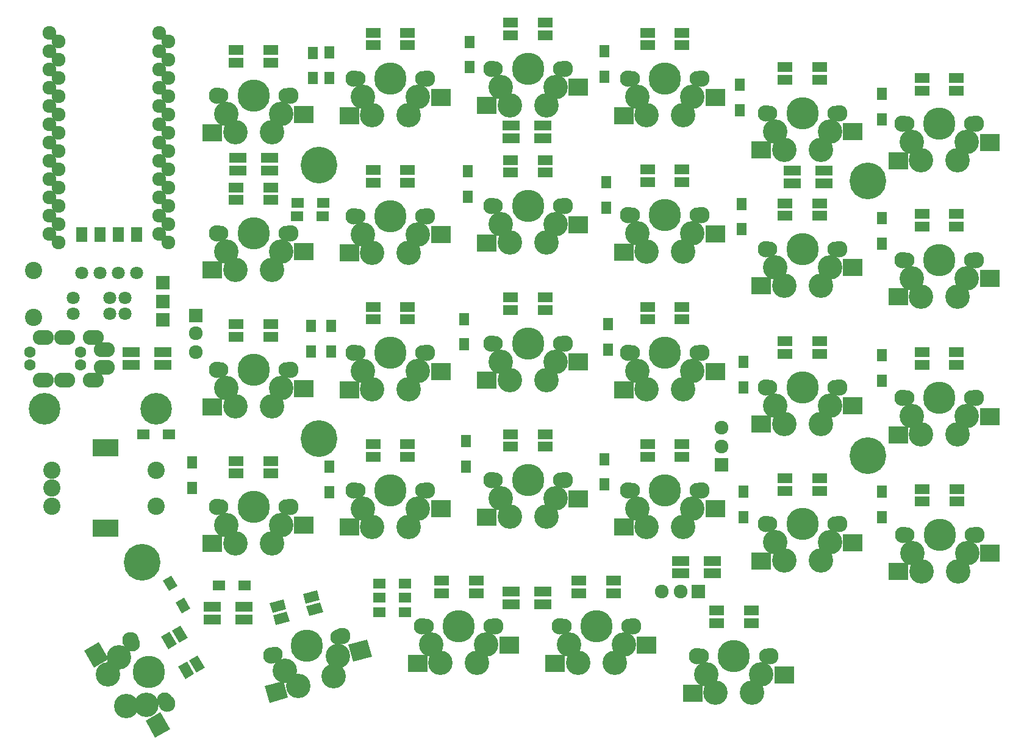
<source format=gbs>
G04 #@! TF.GenerationSoftware,KiCad,Pcbnew,(5.1.6)-1*
G04 #@! TF.CreationDate,2020-10-02T00:10:23+10:00*
G04 #@! TF.ProjectId,SofleKeyboard,536f666c-654b-4657-9962-6f6172642e6b,rev?*
G04 #@! TF.SameCoordinates,Original*
G04 #@! TF.FileFunction,Soldermask,Bot*
G04 #@! TF.FilePolarity,Negative*
%FSLAX46Y46*%
G04 Gerber Fmt 4.6, Leading zero omitted, Abs format (unit mm)*
G04 Created by KiCad (PCBNEW (5.1.6)-1) date 2020-10-02 00:10:23*
%MOMM*%
%LPD*%
G01*
G04 APERTURE LIST*
%ADD10R,2.400000X1.400000*%
%ADD11R,2.700000X2.400000*%
%ADD12C,2.300000*%
%ADD13C,3.400000*%
%ADD14C,2.100000*%
%ADD15C,4.500000*%
%ADD16R,2.000000X1.400000*%
%ADD17R,1.700000X1.350000*%
%ADD18C,0.100000*%
%ADD19R,1.350000X1.700000*%
%ADD20C,1.924000*%
%ADD21R,1.924000X1.924000*%
%ADD22C,4.400000*%
%ADD23C,1.797000*%
%ADD24C,2.400000*%
%ADD25R,1.543000X1.035000*%
%ADD26C,5.100000*%
%ADD27R,3.600000X2.400000*%
%ADD28C,1.600000*%
%ADD29O,2.900000X2.100000*%
G04 APERTURE END LIST*
D10*
X114750000Y-121000000D03*
X114750000Y-122750000D03*
X119150000Y-122750000D03*
X119150000Y-121000000D03*
D11*
X222700000Y-56480000D03*
D12*
X220780000Y-53900000D03*
D13*
X211890000Y-56440001D03*
D12*
X210620000Y-53900000D03*
D14*
X211200000Y-53900000D03*
D13*
X218240000Y-58980000D03*
D14*
X220200000Y-53900000D03*
D13*
X219510000Y-56440000D03*
D11*
X210000000Y-59020000D03*
D15*
X215700000Y-53900000D03*
D13*
X213160000Y-58980000D03*
D16*
X213300000Y-47525000D03*
X213300000Y-49275000D03*
X218100000Y-49275000D03*
X218100000Y-47525000D03*
D11*
X203700000Y-112080000D03*
D12*
X201780000Y-109500000D03*
D13*
X192890000Y-112040001D03*
D12*
X191620000Y-109500000D03*
D14*
X192200000Y-109500000D03*
D13*
X199240000Y-114580000D03*
D14*
X201200000Y-109500000D03*
D13*
X200510000Y-112040000D03*
D11*
X191000000Y-114620000D03*
D15*
X196700000Y-109500000D03*
D13*
X194160000Y-114580000D03*
D16*
X194300000Y-103125000D03*
X194300000Y-104875000D03*
X199100000Y-104875000D03*
X199100000Y-103125000D03*
D11*
X222700000Y-75380000D03*
D12*
X220780000Y-72800000D03*
D13*
X211890000Y-75340001D03*
D12*
X210620000Y-72800000D03*
D14*
X211200000Y-72800000D03*
D13*
X218240000Y-77880000D03*
D14*
X220200000Y-72800000D03*
D13*
X219510000Y-75340000D03*
D11*
X210000000Y-77920000D03*
D15*
X215700000Y-72800000D03*
D13*
X213160000Y-77880000D03*
D16*
X213300000Y-66425000D03*
X213300000Y-68175000D03*
X218100000Y-68175000D03*
X218100000Y-66425000D03*
D11*
X203700000Y-73880000D03*
D12*
X201780000Y-71300000D03*
D13*
X192890000Y-73840001D03*
D12*
X191620000Y-71300000D03*
D14*
X192200000Y-71300000D03*
D13*
X199240000Y-76380000D03*
D14*
X201200000Y-71300000D03*
D13*
X200510000Y-73840000D03*
D11*
X191000000Y-76420000D03*
D15*
X196700000Y-71300000D03*
D13*
X194160000Y-76380000D03*
D16*
X194300000Y-64925000D03*
X194300000Y-66675000D03*
X199100000Y-66675000D03*
X199100000Y-64925000D03*
D11*
X203700000Y-93080000D03*
D12*
X201780000Y-90500000D03*
D13*
X192890000Y-93040001D03*
D12*
X191620000Y-90500000D03*
D14*
X192200000Y-90500000D03*
D13*
X199240000Y-95580000D03*
D14*
X201200000Y-90500000D03*
D13*
X200510000Y-93040000D03*
D11*
X191000000Y-95620000D03*
D15*
X196700000Y-90500000D03*
D13*
X194160000Y-95580000D03*
D16*
X194300000Y-84125000D03*
X194300000Y-85875000D03*
X199100000Y-85875000D03*
X199100000Y-84125000D03*
D11*
X146500000Y-50180000D03*
D12*
X144580000Y-47600000D03*
D13*
X135690000Y-50140001D03*
D12*
X134420000Y-47600000D03*
D14*
X135000000Y-47600000D03*
D13*
X142040000Y-52680000D03*
D14*
X144000000Y-47600000D03*
D13*
X143310000Y-50140000D03*
D11*
X133800000Y-52720000D03*
D15*
X139500000Y-47600000D03*
D13*
X136960000Y-52680000D03*
D16*
X137100000Y-41225000D03*
X137100000Y-42975000D03*
X141900000Y-42975000D03*
X141900000Y-41225000D03*
D17*
X141550000Y-117750000D03*
X138000000Y-117750000D03*
X141550000Y-119750000D03*
X138000000Y-119750000D03*
X141550000Y-121750000D03*
X138000000Y-121750000D03*
X119275000Y-118000000D03*
X115725000Y-118000000D03*
D18*
G36*
X109677933Y-120438573D02*
G01*
X110847067Y-119763573D01*
X111697067Y-121235817D01*
X110527933Y-121910817D01*
X109677933Y-120438573D01*
G37*
G36*
X107902933Y-117364183D02*
G01*
X109072067Y-116689183D01*
X109922067Y-118161427D01*
X108752933Y-118836427D01*
X107902933Y-117364183D01*
G37*
D17*
X108775000Y-97000000D03*
X105225000Y-97000000D03*
D19*
X207750000Y-108525000D03*
X207750000Y-104975000D03*
X188500000Y-108525000D03*
X188500000Y-104975000D03*
X169250000Y-104025000D03*
X169250000Y-100475000D03*
X150000000Y-101550000D03*
X150000000Y-98000000D03*
X131000000Y-105050000D03*
X131000000Y-101500000D03*
X112000000Y-104525000D03*
X112000000Y-100975000D03*
X207750000Y-89550000D03*
X207750000Y-86000000D03*
X188500000Y-90550000D03*
X188500000Y-87000000D03*
X169725000Y-85300000D03*
X169725000Y-81750000D03*
X149750000Y-84550000D03*
X149750000Y-81000000D03*
X131250000Y-85550000D03*
X131250000Y-82000000D03*
X128500000Y-85550000D03*
X128500000Y-82000000D03*
X207750000Y-70550000D03*
X207750000Y-67000000D03*
X188250000Y-68550000D03*
X188250000Y-65000000D03*
X169500000Y-65525000D03*
X169500000Y-61975000D03*
X150250000Y-64050000D03*
X150250000Y-60500000D03*
D17*
X130150000Y-64900000D03*
X126600000Y-64900000D03*
X130100000Y-66750000D03*
X126550000Y-66750000D03*
D19*
X207750000Y-53300000D03*
X207750000Y-49750000D03*
X188000000Y-52025000D03*
X188000000Y-48475000D03*
X169250000Y-47300000D03*
X169250000Y-43750000D03*
X150500000Y-46025000D03*
X150500000Y-42475000D03*
X131000000Y-47525000D03*
X131000000Y-43975000D03*
X128750000Y-47550000D03*
X128750000Y-44000000D03*
D11*
X194200000Y-130480000D03*
D12*
X192280000Y-127900000D03*
D13*
X183390000Y-130440001D03*
D12*
X182120000Y-127900000D03*
D14*
X182700000Y-127900000D03*
D13*
X189740000Y-132980000D03*
D14*
X191700000Y-127900000D03*
D13*
X191010000Y-130440000D03*
D11*
X181500000Y-133020000D03*
D15*
X187200000Y-127900000D03*
D13*
X184660000Y-132980000D03*
D16*
X184800000Y-121525000D03*
X184800000Y-123275000D03*
X189600000Y-123275000D03*
X189600000Y-121525000D03*
D11*
X175100000Y-126330000D03*
D12*
X173180000Y-123750000D03*
D13*
X164290000Y-126290001D03*
D12*
X163020000Y-123750000D03*
D14*
X163600000Y-123750000D03*
D13*
X170640000Y-128830000D03*
D14*
X172600000Y-123750000D03*
D13*
X171910000Y-126290000D03*
D11*
X162400000Y-128870000D03*
D15*
X168100000Y-123750000D03*
D13*
X165560000Y-128830000D03*
D16*
X165700000Y-117375000D03*
X165700000Y-119125000D03*
X170500000Y-119125000D03*
X170500000Y-117375000D03*
D11*
X156000000Y-126330000D03*
D12*
X154080000Y-123750000D03*
D13*
X145190000Y-126290001D03*
D12*
X143920000Y-123750000D03*
D14*
X144500000Y-123750000D03*
D13*
X151540000Y-128830000D03*
D14*
X153500000Y-123750000D03*
D13*
X152810000Y-126290000D03*
D11*
X143300000Y-128870000D03*
D15*
X149000000Y-123750000D03*
D13*
X146460000Y-128830000D03*
D16*
X146600000Y-117375000D03*
X146600000Y-119125000D03*
X151400000Y-119125000D03*
X151400000Y-117375000D03*
D18*
G36*
X134315817Y-128608872D02*
G01*
X133694651Y-126290650D01*
X136302651Y-125591838D01*
X136923817Y-127910060D01*
X134315817Y-128608872D01*
G37*
D12*
X132786903Y-125105199D03*
D13*
X124857223Y-129859553D03*
D12*
X122973097Y-127734801D03*
D14*
X123533334Y-127584686D03*
D13*
X131648252Y-130669503D03*
D14*
X132226666Y-125255314D03*
D13*
X132217578Y-127887351D03*
D18*
G36*
X122705959Y-134349326D02*
G01*
X122084793Y-132031104D01*
X124692793Y-131332292D01*
X125313959Y-133650514D01*
X122705959Y-134349326D01*
G37*
D15*
X127880000Y-126420000D03*
D13*
X126741349Y-131984304D03*
D18*
G36*
X124696559Y-119948422D02*
G01*
X125058906Y-121300718D01*
X123127055Y-121818356D01*
X122764708Y-120466060D01*
X124696559Y-119948422D01*
G37*
G36*
X125149492Y-121638792D02*
G01*
X125511839Y-122991088D01*
X123579988Y-123508726D01*
X123217641Y-122156430D01*
X125149492Y-121638792D01*
G37*
G36*
X129785936Y-120396460D02*
G01*
X130148283Y-121748756D01*
X128216432Y-122266394D01*
X127854085Y-120914098D01*
X129785936Y-120396460D01*
G37*
G36*
X129333003Y-118706090D02*
G01*
X129695350Y-120058386D01*
X127763499Y-120576024D01*
X127401152Y-119223728D01*
X129333003Y-118706090D01*
G37*
G36*
X105511424Y-136853044D02*
G01*
X107589884Y-135653044D01*
X108939884Y-137991312D01*
X106861424Y-139191312D01*
X105511424Y-136853044D01*
G37*
D12*
X108500000Y-134469409D03*
D13*
X101855295Y-128040444D03*
D12*
X103420000Y-125670591D03*
D14*
X103710000Y-126172886D03*
D13*
X102830591Y-134809705D03*
D14*
X108210000Y-133967114D03*
D13*
X105665295Y-134639557D03*
D18*
G36*
X96961720Y-127124521D02*
G01*
X99040180Y-125924521D01*
X100390180Y-128262789D01*
X98311720Y-129462789D01*
X96961720Y-127124521D01*
G37*
D15*
X105960000Y-130070000D03*
D13*
X100290591Y-130410295D03*
D18*
G36*
X111387130Y-125320064D02*
G01*
X110174694Y-126020064D01*
X109174694Y-124288014D01*
X110387130Y-123588014D01*
X111387130Y-125320064D01*
G37*
G36*
X109871585Y-126195064D02*
G01*
X108659149Y-126895064D01*
X107659149Y-125163014D01*
X108871585Y-124463014D01*
X109871585Y-126195064D01*
G37*
G36*
X112271585Y-130351986D02*
G01*
X111059149Y-131051986D01*
X110059149Y-129319936D01*
X111271585Y-128619936D01*
X112271585Y-130351986D01*
G37*
G36*
X113787130Y-129476986D02*
G01*
X112574694Y-130176986D01*
X111574694Y-128444936D01*
X112787130Y-127744936D01*
X113787130Y-129476986D01*
G37*
D11*
X222750000Y-113580000D03*
D12*
X220830000Y-111000000D03*
D13*
X211940000Y-113540001D03*
D12*
X210670000Y-111000000D03*
D14*
X211250000Y-111000000D03*
D13*
X218290000Y-116080000D03*
D14*
X220250000Y-111000000D03*
D13*
X219560000Y-113540000D03*
D11*
X210050000Y-116120000D03*
D15*
X215750000Y-111000000D03*
D13*
X213210000Y-116080000D03*
D16*
X213350000Y-104625000D03*
X213350000Y-106375000D03*
X218150000Y-106375000D03*
X218150000Y-104625000D03*
D11*
X184600000Y-107380000D03*
D12*
X182680000Y-104800000D03*
D13*
X173790000Y-107340001D03*
D12*
X172520000Y-104800000D03*
D14*
X173100000Y-104800000D03*
D13*
X180140000Y-109880000D03*
D14*
X182100000Y-104800000D03*
D13*
X181410000Y-107340000D03*
D11*
X171900000Y-109920000D03*
D15*
X177600000Y-104800000D03*
D13*
X175060000Y-109880000D03*
D16*
X175200000Y-98425000D03*
X175200000Y-100175000D03*
X180000000Y-100175000D03*
X180000000Y-98425000D03*
D11*
X165600000Y-105980000D03*
D12*
X163680000Y-103400000D03*
D13*
X154790000Y-105940001D03*
D12*
X153520000Y-103400000D03*
D14*
X154100000Y-103400000D03*
D13*
X161140000Y-108480000D03*
D14*
X163100000Y-103400000D03*
D13*
X162410000Y-105940000D03*
D11*
X152900000Y-108520000D03*
D15*
X158600000Y-103400000D03*
D13*
X156060000Y-108480000D03*
D16*
X156200000Y-97025000D03*
X156200000Y-98775000D03*
X161000000Y-98775000D03*
X161000000Y-97025000D03*
D11*
X146500000Y-107380000D03*
D12*
X144580000Y-104800000D03*
D13*
X135690000Y-107340001D03*
D12*
X134420000Y-104800000D03*
D14*
X135000000Y-104800000D03*
D13*
X142040000Y-109880000D03*
D14*
X144000000Y-104800000D03*
D13*
X143310000Y-107340000D03*
D11*
X133800000Y-109920000D03*
D15*
X139500000Y-104800000D03*
D13*
X136960000Y-109880000D03*
D16*
X137100000Y-98425000D03*
X137100000Y-100175000D03*
X141900000Y-100175000D03*
X141900000Y-98425000D03*
D11*
X127500000Y-109680000D03*
D12*
X125580000Y-107100000D03*
D13*
X116690000Y-109640001D03*
D12*
X115420000Y-107100000D03*
D14*
X116000000Y-107100000D03*
D13*
X123040000Y-112180000D03*
D14*
X125000000Y-107100000D03*
D13*
X124310000Y-109640000D03*
D11*
X114800000Y-112220000D03*
D15*
X120500000Y-107100000D03*
D13*
X117960000Y-112180000D03*
D16*
X118100000Y-100725000D03*
X118100000Y-102475000D03*
X122900000Y-102475000D03*
X122900000Y-100725000D03*
D11*
X222700000Y-94580000D03*
D12*
X220780000Y-92000000D03*
D13*
X211890000Y-94540001D03*
D12*
X210620000Y-92000000D03*
D14*
X211200000Y-92000000D03*
D13*
X218240000Y-97080000D03*
D14*
X220200000Y-92000000D03*
D13*
X219510000Y-94540000D03*
D11*
X210000000Y-97120000D03*
D15*
X215700000Y-92000000D03*
D13*
X213160000Y-97080000D03*
D16*
X213300000Y-85625000D03*
X213300000Y-87375000D03*
X218100000Y-87375000D03*
X218100000Y-85625000D03*
D11*
X184600000Y-88280000D03*
D12*
X182680000Y-85700000D03*
D13*
X173790000Y-88240001D03*
D12*
X172520000Y-85700000D03*
D14*
X173100000Y-85700000D03*
D13*
X180140000Y-90780000D03*
D14*
X182100000Y-85700000D03*
D13*
X181410000Y-88240000D03*
D11*
X171900000Y-90820000D03*
D15*
X177600000Y-85700000D03*
D13*
X175060000Y-90780000D03*
D16*
X175200000Y-79325000D03*
X175200000Y-81075000D03*
X180000000Y-81075000D03*
X180000000Y-79325000D03*
D11*
X165600000Y-86980000D03*
D12*
X163680000Y-84400000D03*
D13*
X154790000Y-86940001D03*
D12*
X153520000Y-84400000D03*
D14*
X154100000Y-84400000D03*
D13*
X161140000Y-89480000D03*
D14*
X163100000Y-84400000D03*
D13*
X162410000Y-86940000D03*
D11*
X152900000Y-89520000D03*
D15*
X158600000Y-84400000D03*
D13*
X156060000Y-89480000D03*
D16*
X156200000Y-78025000D03*
X156200000Y-79775000D03*
X161000000Y-79775000D03*
X161000000Y-78025000D03*
D11*
X146500000Y-88280000D03*
D12*
X144580000Y-85700000D03*
D13*
X135690000Y-88240001D03*
D12*
X134420000Y-85700000D03*
D14*
X135000000Y-85700000D03*
D13*
X142040000Y-90780000D03*
D14*
X144000000Y-85700000D03*
D13*
X143310000Y-88240000D03*
D11*
X133800000Y-90820000D03*
D15*
X139500000Y-85700000D03*
D13*
X136960000Y-90780000D03*
D16*
X137100000Y-79325000D03*
X137100000Y-81075000D03*
X141900000Y-81075000D03*
X141900000Y-79325000D03*
D11*
X127500000Y-90680000D03*
D12*
X125580000Y-88100000D03*
D13*
X116690000Y-90640001D03*
D12*
X115420000Y-88100000D03*
D14*
X116000000Y-88100000D03*
D13*
X123040000Y-93180000D03*
D14*
X125000000Y-88100000D03*
D13*
X124310000Y-90640000D03*
D11*
X114800000Y-93220000D03*
D15*
X120500000Y-88100000D03*
D13*
X117960000Y-93180000D03*
D16*
X118100000Y-81725000D03*
X118100000Y-83475000D03*
X122900000Y-83475000D03*
X122900000Y-81725000D03*
D11*
X184600000Y-69180000D03*
D12*
X182680000Y-66600000D03*
D13*
X173790000Y-69140001D03*
D12*
X172520000Y-66600000D03*
D14*
X173100000Y-66600000D03*
D13*
X180140000Y-71680000D03*
D14*
X182100000Y-66600000D03*
D13*
X181410000Y-69140000D03*
D11*
X171900000Y-71720000D03*
D15*
X177600000Y-66600000D03*
D13*
X175060000Y-71680000D03*
D16*
X175200000Y-60225000D03*
X175200000Y-61975000D03*
X180000000Y-61975000D03*
X180000000Y-60225000D03*
D11*
X165600000Y-67880000D03*
D12*
X163680000Y-65300000D03*
D13*
X154790000Y-67840001D03*
D12*
X153520000Y-65300000D03*
D14*
X154100000Y-65300000D03*
D13*
X161140000Y-70380000D03*
D14*
X163100000Y-65300000D03*
D13*
X162410000Y-67840000D03*
D11*
X152900000Y-70420000D03*
D15*
X158600000Y-65300000D03*
D13*
X156060000Y-70380000D03*
D16*
X156200000Y-58925000D03*
X156200000Y-60675000D03*
X161000000Y-60675000D03*
X161000000Y-58925000D03*
D11*
X146500000Y-69280000D03*
D12*
X144580000Y-66700000D03*
D13*
X135690000Y-69240001D03*
D12*
X134420000Y-66700000D03*
D14*
X135000000Y-66700000D03*
D13*
X142040000Y-71780000D03*
D14*
X144000000Y-66700000D03*
D13*
X143310000Y-69240000D03*
D11*
X133800000Y-71820000D03*
D15*
X139500000Y-66700000D03*
D13*
X136960000Y-71780000D03*
D16*
X137100000Y-60325000D03*
X137100000Y-62075000D03*
X141900000Y-62075000D03*
X141900000Y-60325000D03*
D11*
X127500000Y-71680000D03*
D12*
X125580000Y-69100000D03*
D13*
X116690000Y-71640001D03*
D12*
X115420000Y-69100000D03*
D14*
X116000000Y-69100000D03*
D13*
X123040000Y-74180000D03*
D14*
X125000000Y-69100000D03*
D13*
X124310000Y-71640000D03*
D11*
X114800000Y-74220000D03*
D15*
X120500000Y-69100000D03*
D13*
X117960000Y-74180000D03*
D16*
X118100000Y-62725000D03*
X118100000Y-64475000D03*
X122900000Y-64475000D03*
X122900000Y-62725000D03*
D11*
X203700000Y-54980000D03*
D12*
X201780000Y-52400000D03*
D13*
X192890000Y-54940001D03*
D12*
X191620000Y-52400000D03*
D14*
X192200000Y-52400000D03*
D13*
X199240000Y-57480000D03*
D14*
X201200000Y-52400000D03*
D13*
X200510000Y-54940000D03*
D11*
X191000000Y-57520000D03*
D15*
X196700000Y-52400000D03*
D13*
X194160000Y-57480000D03*
D16*
X194300000Y-46025000D03*
X194300000Y-47775000D03*
X199100000Y-47775000D03*
X199100000Y-46025000D03*
D11*
X184600000Y-50180000D03*
D12*
X182680000Y-47600000D03*
D13*
X173790000Y-50140001D03*
D12*
X172520000Y-47600000D03*
D14*
X173100000Y-47600000D03*
D13*
X180140000Y-52680000D03*
D14*
X182100000Y-47600000D03*
D13*
X181410000Y-50140000D03*
D11*
X171900000Y-52720000D03*
D15*
X177600000Y-47600000D03*
D13*
X175060000Y-52680000D03*
D16*
X175200000Y-41225000D03*
X175200000Y-42975000D03*
X180000000Y-42975000D03*
X180000000Y-41225000D03*
D11*
X165600000Y-48790000D03*
D12*
X163680000Y-46210000D03*
D13*
X154790000Y-48750001D03*
D12*
X153520000Y-46210000D03*
D14*
X154100000Y-46210000D03*
D13*
X161140000Y-51290000D03*
D14*
X163100000Y-46210000D03*
D13*
X162410000Y-48750000D03*
D11*
X152900000Y-51330000D03*
D15*
X158600000Y-46210000D03*
D13*
X156060000Y-51290000D03*
D16*
X156200000Y-39835000D03*
X156200000Y-41585000D03*
X161000000Y-41585000D03*
X161000000Y-39835000D03*
D11*
X127500000Y-52580000D03*
D12*
X125580000Y-50000000D03*
D13*
X116690000Y-52540001D03*
D12*
X115420000Y-50000000D03*
D14*
X116000000Y-50000000D03*
D13*
X123040000Y-55080000D03*
D14*
X125000000Y-50000000D03*
D13*
X124310000Y-52540000D03*
D11*
X114800000Y-55120000D03*
D15*
X120500000Y-50000000D03*
D13*
X117960000Y-55080000D03*
D16*
X118100000Y-43625000D03*
X118100000Y-45375000D03*
X122900000Y-45375000D03*
X122900000Y-43625000D03*
D20*
X112500000Y-85600000D03*
X112500000Y-83000000D03*
D21*
X112500000Y-80500000D03*
D20*
X177200000Y-118850000D03*
X179800000Y-118850000D03*
D21*
X182300000Y-118850000D03*
D20*
X185500000Y-96150000D03*
X185500000Y-98750000D03*
D21*
X185500000Y-101250000D03*
D10*
X103550000Y-85625000D03*
X103550000Y-87375000D03*
X107950000Y-87375000D03*
X107950000Y-85625000D03*
X179800000Y-114625000D03*
X179800000Y-116375000D03*
X184200000Y-116375000D03*
X184200000Y-114625000D03*
X156300000Y-118875000D03*
X156300000Y-120625000D03*
X160700000Y-120625000D03*
X160700000Y-118875000D03*
X199700000Y-62125000D03*
X199700000Y-60375000D03*
X195300000Y-60375000D03*
X195300000Y-62125000D03*
X156300000Y-54125000D03*
X156300000Y-55875000D03*
X160700000Y-55875000D03*
X160700000Y-54125000D03*
X122700000Y-60375000D03*
X122700000Y-58625000D03*
X118300000Y-58625000D03*
X118300000Y-60375000D03*
D20*
X93478815Y-47505745D03*
X108718815Y-65285745D03*
X93478815Y-57665745D03*
X108718815Y-55125745D03*
X108718815Y-50045745D03*
X93478815Y-67825745D03*
X108718815Y-47505745D03*
X108718815Y-42425745D03*
X93478815Y-62745745D03*
X108718815Y-70365745D03*
X93478815Y-55125745D03*
X93478815Y-44965745D03*
X93478815Y-50045745D03*
X93478815Y-52585745D03*
X93478815Y-65285745D03*
X93478815Y-60205745D03*
X108718815Y-62745745D03*
X108718815Y-60205745D03*
X93478815Y-70365745D03*
X108718815Y-67825745D03*
X108718815Y-44965745D03*
X93478815Y-42425745D03*
X108718815Y-57665745D03*
X108718815Y-52585745D03*
X92180000Y-41230000D03*
X92180000Y-43770000D03*
X92180000Y-46310000D03*
X92180000Y-48850000D03*
X92180000Y-51390000D03*
X92180000Y-53930000D03*
X92180000Y-56470000D03*
X92180000Y-59010000D03*
X92180000Y-61550000D03*
X92180000Y-64090000D03*
X92180000Y-66630000D03*
X92180000Y-69170000D03*
X107420000Y-69170000D03*
X107420000Y-66630000D03*
X107420000Y-64090000D03*
X107420000Y-61550000D03*
X107420000Y-59010000D03*
X107420000Y-56470000D03*
X107420000Y-53930000D03*
X107420000Y-51390000D03*
X107420000Y-48850000D03*
X107420000Y-46310000D03*
X107420000Y-43770000D03*
X107420000Y-41230000D03*
D22*
X107000000Y-93500000D03*
X91500000Y-93500000D03*
D23*
X104320000Y-74600000D03*
X101780000Y-74600000D03*
X99240000Y-74600000D03*
X96700000Y-74600000D03*
D24*
X90000000Y-80750000D03*
X90000000Y-74250000D03*
D25*
X96700000Y-68799620D03*
X96700000Y-69800380D03*
X99200000Y-68799620D03*
X99200000Y-69800380D03*
X101700000Y-68799620D03*
X101700000Y-69800380D03*
X104300000Y-68799620D03*
X104300000Y-69800380D03*
D23*
X100579272Y-80311965D03*
X95499272Y-80311965D03*
X100579272Y-78061965D03*
X95499272Y-78061965D03*
X102700000Y-78100000D03*
X102700000Y-80300000D03*
D26*
X205800000Y-100000000D03*
X129600000Y-97600000D03*
X129600000Y-59600000D03*
D24*
X107000000Y-107000000D03*
X107000000Y-102000000D03*
D27*
X100000000Y-110100000D03*
X100000000Y-98900000D03*
D24*
X92500000Y-107000000D03*
X92500000Y-104500000D03*
X92500000Y-102000000D03*
D26*
X105000000Y-114800000D03*
X205800000Y-61800000D03*
D21*
X107900000Y-81100000D03*
X107900000Y-78600000D03*
X107900000Y-76000000D03*
D28*
X96500000Y-87400000D03*
X89500000Y-87400000D03*
D29*
X98300000Y-89500000D03*
X99800000Y-85300000D03*
X91300000Y-89500000D03*
X94300000Y-89500000D03*
D28*
X89500000Y-85650000D03*
X96500000Y-85650000D03*
D29*
X91300000Y-83550000D03*
X94300000Y-83550000D03*
X98300000Y-83550000D03*
X99800000Y-87750000D03*
M02*

</source>
